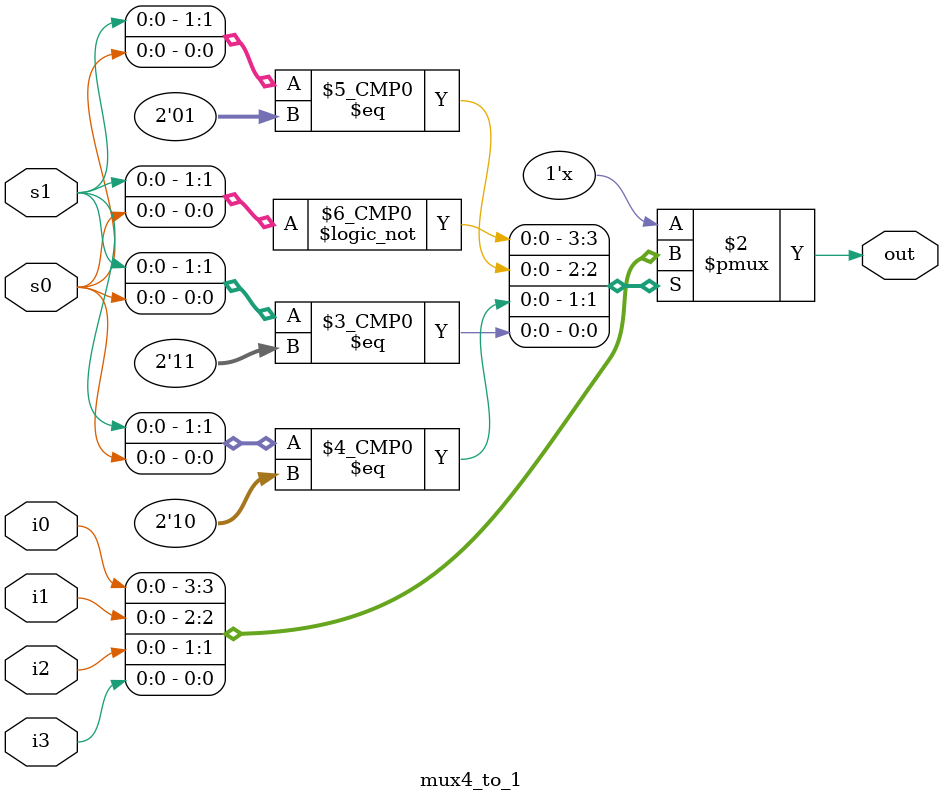
<source format=v>
module mux4_to_1(out,i0,i1,i2,i3,s1,s0);

	output	out;
	input	i0,i1,i2,i3;
	input	s1,s0;
	
	reg out;
	
	always @(s1 or s0 or i0 or i1 or i2 or i3 )
	begin
		case ({s1,s0})
		2'b00:out=i0;
		2'b01:out=i1;
		2'b10:out=i2;
		2'b11:out=i3;
		default: out = 1'bx;
		endcase
	end 
endmodule
</source>
